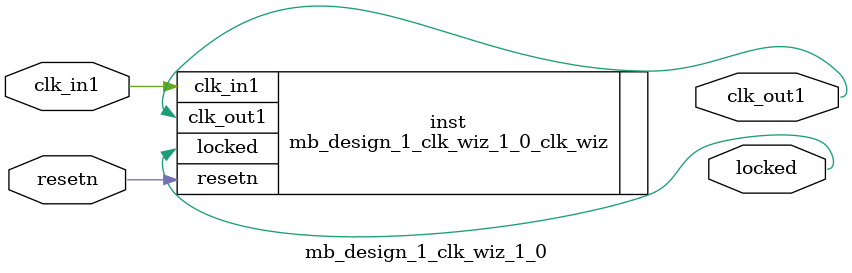
<source format=v>


`timescale 1ps/1ps

(* CORE_GENERATION_INFO = "mb_design_1_clk_wiz_1_0,clk_wiz_v6_0_4_0_0,{component_name=mb_design_1_clk_wiz_1_0,use_phase_alignment=true,use_min_o_jitter=false,use_max_i_jitter=false,use_dyn_phase_shift=false,use_inclk_switchover=false,use_dyn_reconfig=false,enable_axi=0,feedback_source=FDBK_AUTO,PRIMITIVE=MMCM,num_out_clk=1,clkin1_period=10.000,clkin2_period=10.000,use_power_down=false,use_reset=true,use_locked=true,use_inclk_stopped=false,feedback_type=SINGLE,CLOCK_MGR_TYPE=NA,manual_override=false}" *)

module mb_design_1_clk_wiz_1_0 
 (
  // Clock out ports
  output        clk_out1,
  // Status and control signals
  input         resetn,
  output        locked,
 // Clock in ports
  input         clk_in1
 );

  mb_design_1_clk_wiz_1_0_clk_wiz inst
  (
  // Clock out ports  
  .clk_out1(clk_out1),
  // Status and control signals               
  .resetn(resetn), 
  .locked(locked),
 // Clock in ports
  .clk_in1(clk_in1)
  );

endmodule

</source>
